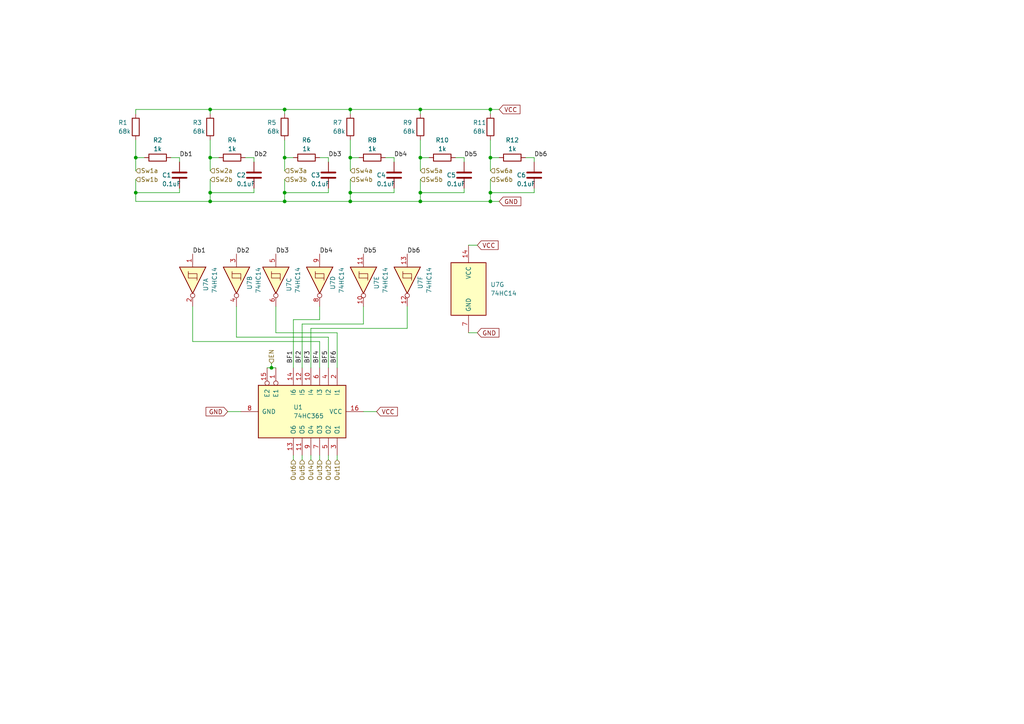
<source format=kicad_sch>
(kicad_sch (version 20230121) (generator eeschema)
  (paper "A4")
  (lib_symbols
    (symbol "74xx:74HC14" (pin_names (offset 1.016))
      (property "Reference" "U" (at 0 1.27 0))
      (property "Value" "74HC14" (at 0 -1.27 0))
      (symbol "74HC14_1_0"
        (polyline (pts (xy -3.81 3.81) (xy -3.81 -3.81) (xy 3.81 0) (xy -3.81 3.81)) (stroke (width 0.254)) (fill (type background)))
        (pin input line (at -7.62 0 0) (length 3.81) (name "~") (number "1"))
        (pin output inverted (at 7.62 0 180) (length 3.81) (name "~") (number "2"))
      )
      (symbol "74HC14_1_1"
        (polyline (pts (xy -1.905 -1.27) (xy -1.905 1.27) (xy -0.635 1.27)))
        (polyline (pts (xy -2.54 -1.27) (xy -0.635 -1.27) (xy -0.635 1.27) (xy 0 1.27)))
      )
      (symbol "74HC14_2_0"
        (polyline (pts (xy -3.81 3.81) (xy -3.81 -3.81) (xy 3.81 0) (xy -3.81 3.81)) (stroke (width 0.254)) (fill (type background)))
        (pin input line (at -7.62 0 0) (length 3.81) (name "~") (number "3"))
        (pin output inverted (at 7.62 0 180) (length 3.81) (name "~") (number "4"))
      )
      (symbol "74HC14_2_1"
        (polyline (pts (xy -1.905 -1.27) (xy -1.905 1.27) (xy -0.635 1.27)))
        (polyline (pts (xy -2.54 -1.27) (xy -0.635 -1.27) (xy -0.635 1.27) (xy 0 1.27)))
      )
      (symbol "74HC14_3_0"
        (polyline (pts (xy -3.81 3.81) (xy -3.81 -3.81) (xy 3.81 0) (xy -3.81 3.81)) (stroke (width 0.254)) (fill (type background)))
        (pin input line (at -7.62 0 0) (length 3.81) (name "~") (number "5"))
        (pin output inverted (at 7.62 0 180) (length 3.81) (name "~") (number "6"))
      )
      (symbol "74HC14_3_1"
        (polyline (pts (xy -1.905 -1.27) (xy -1.905 1.27) (xy -0.635 1.27)))
        (polyline (pts (xy -2.54 -1.27) (xy -0.635 -1.27) (xy -0.635 1.27) (xy 0 1.27)))
      )
      (symbol "74HC14_4_0"
        (polyline (pts (xy -3.81 3.81) (xy -3.81 -3.81) (xy 3.81 0) (xy -3.81 3.81)) (stroke (width 0.254)) (fill (type background)))
        (pin output inverted (at 7.62 0 180) (length 3.81) (name "~") (number "8"))
        (pin input line (at -7.62 0 0) (length 3.81) (name "~") (number "9"))
      )
      (symbol "74HC14_4_1"
        (polyline (pts (xy -1.905 -1.27) (xy -1.905 1.27) (xy -0.635 1.27)))
        (polyline (pts (xy -2.54 -1.27) (xy -0.635 -1.27) (xy -0.635 1.27) (xy 0 1.27)))
      )
      (symbol "74HC14_5_0"
        (polyline (pts (xy -3.81 3.81) (xy -3.81 -3.81) (xy 3.81 0) (xy -3.81 3.81)) (stroke (width 0.254)) (fill (type background)))
        (pin output inverted (at 7.62 0 180) (length 3.81) (name "~") (number "10"))
        (pin input line (at -7.62 0 0) (length 3.81) (name "~") (number "11"))
      )
      (symbol "74HC14_5_1"
        (polyline (pts (xy -1.905 -1.27) (xy -1.905 1.27) (xy -0.635 1.27)))
        (polyline (pts (xy -2.54 -1.27) (xy -0.635 -1.27) (xy -0.635 1.27) (xy 0 1.27)))
      )
      (symbol "74HC14_6_0"
        (polyline (pts (xy -3.81 3.81) (xy -3.81 -3.81) (xy 3.81 0) (xy -3.81 3.81)) (stroke (width 0.254)) (fill (type background)))
        (pin output inverted (at 7.62 0 180) (length 3.81) (name "~") (number "12"))
        (pin input line (at -7.62 0 0) (length 3.81) (name "~") (number "13"))
      )
      (symbol "74HC14_6_1"
        (polyline (pts (xy -1.905 -1.27) (xy -1.905 1.27) (xy -0.635 1.27)))
        (polyline (pts (xy -2.54 -1.27) (xy -0.635 -1.27) (xy -0.635 1.27) (xy 0 1.27)))
      )
      (symbol "74HC14_7_0"
        (pin power_in line (at 0 12.7 270) (length 5.08) (name "VCC") (number "14"))
        (pin power_in line (at 0 -12.7 90) (length 5.08) (name "GND") (number "7"))
      )
      (symbol "74HC14_7_1"
        (rectangle (start -5.08 7.62) (end 5.08 -7.62) (stroke (width 0.254)) (fill (type background)))
      )
    )
    (symbol "74xx:74LS365" (pin_names (offset 1.016))
      (property "Reference" "U" (at -7.62 13.97 0))
      (property "Value" "74LS365" (at -7.62 -13.97 0))
      (symbol "74LS365_1_0"
        (pin input inverted (at -12.7 -7.62 0) (length 5.08) (name "E1") (number "1"))
        (pin input line (at -12.7 2.54 0) (length 5.08) (name "I4") (number "10"))
        (pin tri_state line (at 12.7 0 180) (length 5.08) (name "O5") (number "11"))
        (pin input line (at -12.7 0 0) (length 5.08) (name "I5") (number "12"))
        (pin tri_state line (at 12.7 -2.54 180) (length 5.08) (name "O6") (number "13"))
        (pin input line (at -12.7 -2.54 0) (length 5.08) (name "I6") (number "14"))
        (pin input inverted (at -12.7 -10.16 0) (length 5.08) (name "E2") (number "15"))
        (pin power_in line (at 0 17.78 270) (length 5.08) (name "VCC") (number "16"))
        (pin input line (at -12.7 10.16 0) (length 5.08) (name "I1") (number "2"))
        (pin tri_state line (at 12.7 10.16 180) (length 5.08) (name "O1") (number "3"))
        (pin input line (at -12.7 7.62 0) (length 5.08) (name "I2") (number "4"))
        (pin tri_state line (at 12.7 7.62 180) (length 5.08) (name "O2") (number "5"))
        (pin input line (at -12.7 5.08 0) (length 5.08) (name "I3") (number "6"))
        (pin tri_state line (at 12.7 5.08 180) (length 5.08) (name "O3") (number "7"))
        (pin power_in line (at 0 -17.78 90) (length 5.08) (name "GND") (number "8"))
        (pin tri_state line (at 12.7 2.54 180) (length 5.08) (name "O4") (number "9"))
      )
      (symbol "74LS365_1_1"
        (rectangle (start -7.62 12.7) (end 7.62 -12.7) (stroke (width 0.254)) (fill (type background)))
      )
    )
    (symbol "Device:C" (pin_numbers hide) (pin_names (offset 0.254))
      (property "Reference" "C" (at 0.635 2.54 0))
      (property "Value" "C" (at 0.635 -2.54 0))
      (symbol "C_0_1"
        (polyline (pts (xy -2.032 -0.762) (xy 2.032 -0.762)) (stroke (width 0.508)))
        (polyline (pts (xy -2.032 0.762) (xy 2.032 0.762)) (stroke (width 0.508)))
      )
      (symbol "C_1_1"
        (pin passive line (at 0 3.81 270) (length 2.794) (name "~") (number "1"))
        (pin passive line (at 0 -3.81 90) (length 2.794) (name "~") (number "2"))
      )
    )
    (symbol "ScottoKeebs:Placeholder_Resistor" (pin_numbers hide) (pin_names (offset 0))
      (property "Reference" "R" (at 0 2.032 0))
      (property "Value" "Resistor" (at 0 -2.54 0))
      (symbol "Placeholder_Resistor_0_1"
        (rectangle (start 2.54 -1.016) (end -2.54 1.016) (stroke (width 0.254)))
      )
      (symbol "Placeholder_Resistor_1_1"
        (pin passive line (at -3.81 0 0) (length 1.27) (name "~") (number "1"))
        (pin passive line (at 3.81 0 180) (length 1.27) (name "~") (number "2"))
      )
    )
  )
  (junction (at 82.55 31.75))
  (junction (at 82.55 58.42))
  (junction (at 39.37 45.72))
  (junction (at 142.24 31.75))
  (junction (at 121.92 55.88))
  (junction (at 121.92 58.42))
  (junction (at 121.92 31.75))
  (junction (at 78.74 106.68))
  (junction (at 121.92 45.72))
  (junction (at 39.37 55.88))
  (junction (at 142.24 45.72))
  (junction (at 60.96 31.75))
  (junction (at 142.24 58.42))
  (junction (at 60.96 58.42))
  (junction (at 60.96 45.72))
  (junction (at 82.55 55.88))
  (junction (at 101.6 31.75))
  (junction (at 60.96 55.88))
  (junction (at 101.6 58.42))
  (junction (at 101.6 45.72))
  (junction (at 101.6 55.88))
  (junction (at 142.24 55.88))
  (junction (at 82.55 45.72))
  (wire (pts (xy 97.79 96.52) (xy 80.01 96.52)))
  (wire (pts (xy 121.92 52.07) (xy 121.92 55.88)))
  (wire (pts (xy 92.71 92.71) (xy 92.71 88.9)))
  (wire (pts (xy 87.63 93.98) (xy 105.41 93.98)))
  (wire (pts (xy 109.22 119.38) (xy 105.41 119.38)))
  (wire (pts (xy 87.63 132.08) (xy 87.63 133.35)))
  (wire (pts (xy 78.74 106.68) (xy 80.01 106.68)))
  (wire (pts (xy 82.55 31.75) (xy 82.55 33.02)))
  (wire (pts (xy 39.37 55.88) (xy 52.07 55.88)))
  (wire (pts (xy 39.37 31.75) (xy 60.96 31.75)))
  (wire (pts (xy 82.55 55.88) (xy 82.55 58.42)))
  (wire (pts (xy 80.01 96.52) (xy 80.01 88.9)))
  (wire (pts (xy 95.25 45.72) (xy 95.25 46.99)))
  (wire (pts (xy 142.24 40.64) (xy 142.24 45.72)))
  (wire (pts (xy 114.3 45.72) (xy 114.3 46.99)))
  (wire (pts (xy 77.47 106.68) (xy 78.74 106.68)))
  (wire (pts (xy 135.89 96.52) (xy 138.43 96.52)))
  (wire (pts (xy 142.24 52.07) (xy 142.24 55.88)))
  (wire (pts (xy 39.37 55.88) (xy 39.37 58.42)))
  (wire (pts (xy 154.94 45.72) (xy 154.94 46.99)))
  (wire (pts (xy 78.74 105.41) (xy 78.74 106.68)))
  (wire (pts (xy 73.66 45.72) (xy 73.66 46.99)))
  (wire (pts (xy 142.24 55.88) (xy 142.24 58.42)))
  (wire (pts (xy 63.5 45.72) (xy 60.96 45.72)))
  (wire (pts (xy 105.41 93.98) (xy 105.41 88.9)))
  (wire (pts (xy 82.55 58.42) (xy 101.6 58.42)))
  (wire (pts (xy 97.79 106.68) (xy 97.79 96.52)))
  (wire (pts (xy 92.71 132.08) (xy 92.71 133.35)))
  (wire (pts (xy 101.6 49.53) (xy 101.6 45.72)))
  (wire (pts (xy 101.6 52.07) (xy 101.6 55.88)))
  (wire (pts (xy 121.92 40.64) (xy 121.92 45.72)))
  (wire (pts (xy 142.24 58.42) (xy 144.78 58.42)))
  (wire (pts (xy 121.92 55.88) (xy 121.92 58.42)))
  (wire (pts (xy 82.55 45.72) (xy 82.55 49.53)))
  (wire (pts (xy 101.6 58.42) (xy 121.92 58.42)))
  (wire (pts (xy 132.08 45.72) (xy 134.62 45.72)))
  (wire (pts (xy 92.71 99.06) (xy 55.88 99.06)))
  (wire (pts (xy 85.09 132.08) (xy 85.09 133.35)))
  (wire (pts (xy 101.6 45.72) (xy 104.14 45.72)))
  (wire (pts (xy 152.4 45.72) (xy 154.94 45.72)))
  (wire (pts (xy 41.91 45.72) (xy 39.37 45.72)))
  (wire (pts (xy 82.55 31.75) (xy 101.6 31.75)))
  (wire (pts (xy 144.78 45.72) (xy 142.24 45.72)))
  (wire (pts (xy 101.6 31.75) (xy 121.92 31.75)))
  (wire (pts (xy 142.24 45.72) (xy 142.24 49.53)))
  (wire (pts (xy 60.96 31.75) (xy 60.96 33.02)))
  (wire (pts (xy 85.09 106.68) (xy 85.09 92.71)))
  (wire (pts (xy 85.09 45.72) (xy 82.55 45.72)))
  (wire (pts (xy 154.94 55.88) (xy 154.94 54.61)))
  (wire (pts (xy 121.92 31.75) (xy 142.24 31.75)))
  (wire (pts (xy 92.71 45.72) (xy 95.25 45.72)))
  (wire (pts (xy 118.11 95.25) (xy 118.11 88.9)))
  (wire (pts (xy 134.62 45.72) (xy 134.62 46.99)))
  (wire (pts (xy 52.07 55.88) (xy 52.07 54.61)))
  (wire (pts (xy 60.96 45.72) (xy 60.96 49.53)))
  (wire (pts (xy 134.62 55.88) (xy 134.62 54.61)))
  (wire (pts (xy 142.24 31.75) (xy 142.24 33.02)))
  (wire (pts (xy 121.92 45.72) (xy 124.46 45.72)))
  (wire (pts (xy 60.96 40.64) (xy 60.96 45.72)))
  (wire (pts (xy 101.6 55.88) (xy 101.6 58.42)))
  (wire (pts (xy 39.37 52.07) (xy 39.37 55.88)))
  (wire (pts (xy 101.6 40.64) (xy 101.6 45.72)))
  (wire (pts (xy 87.63 106.68) (xy 87.63 93.98)))
  (wire (pts (xy 95.25 106.68) (xy 95.25 97.79)))
  (wire (pts (xy 142.24 55.88) (xy 154.94 55.88)))
  (wire (pts (xy 39.37 31.75) (xy 39.37 33.02)))
  (wire (pts (xy 60.96 31.75) (xy 82.55 31.75)))
  (wire (pts (xy 73.66 55.88) (xy 73.66 54.61)))
  (wire (pts (xy 90.17 106.68) (xy 90.17 95.25)))
  (wire (pts (xy 52.07 45.72) (xy 52.07 46.99)))
  (wire (pts (xy 60.96 55.88) (xy 60.96 58.42)))
  (wire (pts (xy 101.6 31.75) (xy 101.6 33.02)))
  (wire (pts (xy 82.55 55.88) (xy 95.25 55.88)))
  (wire (pts (xy 135.89 71.12) (xy 138.43 71.12)))
  (wire (pts (xy 49.53 45.72) (xy 52.07 45.72)))
  (wire (pts (xy 39.37 40.64) (xy 39.37 45.72)))
  (wire (pts (xy 142.24 31.75) (xy 144.78 31.75)))
  (wire (pts (xy 55.88 99.06) (xy 55.88 88.9)))
  (wire (pts (xy 90.17 95.25) (xy 118.11 95.25)))
  (wire (pts (xy 39.37 58.42) (xy 60.96 58.42)))
  (wire (pts (xy 66.04 119.38) (xy 69.85 119.38)))
  (wire (pts (xy 97.79 132.08) (xy 97.79 133.35)))
  (wire (pts (xy 121.92 58.42) (xy 142.24 58.42)))
  (wire (pts (xy 121.92 49.53) (xy 121.92 45.72)))
  (wire (pts (xy 68.58 97.79) (xy 68.58 88.9)))
  (wire (pts (xy 95.25 55.88) (xy 95.25 54.61)))
  (wire (pts (xy 90.17 132.08) (xy 90.17 133.35)))
  (wire (pts (xy 121.92 31.75) (xy 121.92 33.02)))
  (wire (pts (xy 114.3 55.88) (xy 114.3 54.61)))
  (wire (pts (xy 111.76 45.72) (xy 114.3 45.72)))
  (wire (pts (xy 121.92 55.88) (xy 134.62 55.88)))
  (wire (pts (xy 95.25 132.08) (xy 95.25 133.35)))
  (wire (pts (xy 92.71 106.68) (xy 92.71 99.06)))
  (wire (pts (xy 85.09 92.71) (xy 92.71 92.71)))
  (wire (pts (xy 101.6 55.88) (xy 114.3 55.88)))
  (wire (pts (xy 60.96 58.42) (xy 82.55 58.42)))
  (wire (pts (xy 82.55 52.07) (xy 82.55 55.88)))
  (wire (pts (xy 82.55 40.64) (xy 82.55 45.72)))
  (wire (pts (xy 60.96 55.88) (xy 73.66 55.88)))
  (wire (pts (xy 39.37 45.72) (xy 39.37 49.53)))
  (wire (pts (xy 95.25 97.79) (xy 68.58 97.79)))
  (wire (pts (xy 71.12 45.72) (xy 73.66 45.72)))
  (wire (pts (xy 60.96 52.07) (xy 60.96 55.88)))
  (label "BF3" (at 90.17 105.41 90))
  (label "Db3" (at 95.25 45.72 0))
  (label "Db2" (at 68.58 73.66 0))
  (label "Db6" (at 118.11 73.66 0))
  (label "BF6" (at 97.79 105.41 90))
  (label "BF1" (at 85.09 105.41 90))
  (label "BF2" (at 87.63 105.41 90))
  (label "Db5" (at 105.41 73.66 0))
  (label "Db5" (at 134.62 45.72 0))
  (label "Db6" (at 154.94 45.72 0))
  (label "Db1" (at 52.07 45.72 0))
  (label "Db3" (at 80.01 73.66 0))
  (label "Db1" (at 55.88 73.66 0))
  (label "Db4" (at 114.3 45.72 0))
  (label "BF4" (at 92.71 105.41 90))
  (label "BF5" (at 95.25 105.41 90))
  (label "Db2" (at 73.66 45.72 0))
  (label "Db4" (at 92.71 73.66 0))
  (global_label "VCC" (shape input) (at 109.22 119.38 0) (property "Intersheetrefs" "${INTERSHEET_REFS}" (effects hide)))
  (global_label "GND" (shape input) (at 138.43 96.52 0) (property "Intersheetrefs" "${INTERSHEET_REFS}" (effects hide)))
  (global_label "GND" (shape input) (at 144.78 58.42 0) (property "Intersheetrefs" "${INTERSHEET_REFS}" (effects hide)))
  (global_label "VCC" (shape input) (at 144.78 31.75 0) (property "Intersheetrefs" "${INTERSHEET_REFS}" (effects hide)))
  (global_label "VCC" (shape input) (at 138.43 71.12 0) (property "Intersheetrefs" "${INTERSHEET_REFS}" (effects hide)))
  (global_label "GND" (shape input) (at 66.04 119.38 180) (property "Intersheetrefs" "${INTERSHEET_REFS}" (effects hide)))
  (hierarchical_label "Sw4a" (shape input) (at 101.6 49.53 0))
  (hierarchical_label "Sw6a" (shape input) (at 142.24 49.53 0))
  (hierarchical_label "Sw1a" (shape input) (at 39.37 49.53 0))
  (hierarchical_label "Out1" (shape input) (at 97.79 133.35 270))
  (hierarchical_label "Sw2a" (shape input) (at 60.96 49.53 0))
  (hierarchical_label "Sw2b" (shape input) (at 60.96 52.07 0))
  (hierarchical_label "Sw5b" (shape input) (at 121.92 52.07 0))
  (hierarchical_label "Sw3a" (shape input) (at 82.55 49.53 0))
  (hierarchical_label "Out6" (shape input) (at 85.09 133.35 270))
  (hierarchical_label "Sw3b" (shape input) (at 82.55 52.07 0))
  (hierarchical_label "Out3" (shape input) (at 92.71 133.35 270))
  (hierarchical_label "Sw5a" (shape input) (at 121.92 49.53 0))
  (hierarchical_label "EN" (shape input) (at 78.74 105.41 90))
  (hierarchical_label "Sw6b" (shape input) (at 142.24 52.07 0))
  (hierarchical_label "Sw1b" (shape input) (at 39.37 52.07 0))
  (hierarchical_label "Out4" (shape input) (at 90.17 133.35 270))
  (hierarchical_label "Sw4b" (shape input) (at 101.6 52.07 0))
  (hierarchical_label "Out2" (shape input) (at 95.25 133.35 270))
  (hierarchical_label "Out5" (shape input) (at 87.63 133.35 270))
  (symbol (lib_id "ScottoKeebs:Placeholder_Resistor") (at 121.92 36.83 90) (unit 1)
    (property "Reference" "R9" (at 116.84 35.56 90) (effects (justify right)))
    (property "Value" "68k" (at 116.84 38.1 90) (effects (justify right)))
    (property "Footprint" "Resistor_SMD:R_0805_2012Metric" (effects hide))
    (instances (project "unchat_keeb" (path "" (reference "R9") (unit 1)) (path "" (reference "R21") (unit 1)) (path "" (reference "R33") (unit 1)) (path "" (reference "R69") (unit 1)) (path "" (reference "R57") (unit 1)) (path "" (reference "R45") (unit 1)) (path "" (reference "R121") (unit 1))))
  )
  (symbol (lib_id "ScottoKeebs:Placeholder_Resistor") (at 67.31 45.72 0) (unit 1)
    (property "Reference" "R4" (at 67.31 40.64 0))
    (property "Value" "1k" (at 67.31 43.18 0))
    (property "Footprint" "Resistor_SMD:R_0805_2012Metric" (effects hide))
    (instances (project "unchat_keeb" (path "" (reference "R4") (unit 1)) (path "" (reference "R16") (unit 1)) (path "" (reference "R28") (unit 1)) (path "" (reference "R64") (unit 1)) (path "" (reference "R52") (unit 1)) (path "" (reference "R40") (unit 1)) (path "" (reference "R124") (unit 1))))
  )
  (symbol (lib_id "74xx:74HC14") (at 105.41 81.28 270) (unit 5)
    (property "Reference" "U7" (at 109.22 80.01 0) (effects (justify left)))
    (property "Value" "74HC14" (at 111.76 77.47 0) (effects (justify left)))
    (property "Footprint" "Package_SO:TSSOP-14_4.4x5mm_P0.65mm" (effects hide))
    (property "Datasheet" "http://www.ti.com/lit/gpn/sn74HC14" (effects hide))
    (instances (project "unchat_keeb" (path "" (reference "U7") (unit 5)) (path "" (reference "U8") (unit 5)) (path "" (reference "U9") (unit 5)) (path "" (reference "U12") (unit 5)) (path "" (reference "U11") (unit 5)) (path "" (reference "U10") (unit 5)) (path "" (reference "U25") (unit 5))))
  )
  (symbol (lib_id "ScottoKeebs:Placeholder_Resistor") (at 60.96 36.83 90) (unit 1)
    (property "Reference" "R3" (at 55.88 35.56 90) (effects (justify right)))
    (property "Value" "68k" (at 55.88 38.1 90) (effects (justify right)))
    (property "Footprint" "Resistor_SMD:R_0805_2012Metric" (effects hide))
    (instances (project "unchat_keeb" (path "" (reference "R3") (unit 1)) (path "" (reference "R15") (unit 1)) (path "" (reference "R27") (unit 1)) (path "" (reference "R63") (unit 1)) (path "" (reference "R51") (unit 1)) (path "" (reference "R39") (unit 1)) (path "" (reference "R118") (unit 1))))
  )
  (symbol (lib_id "Device:C") (at 95.25 50.8 0) (unit 1)
    (property "Reference" "C3" (at 90.17 50.8 0) (effects (justify left)))
    (property "Value" "0.1uF" (at 90.17 53.34 0) (effects (justify left)))
    (property "Footprint" "Capacitor_SMD:C_0805_2012Metric" (effects hide))
    (instances (project "unchat_keeb" (path "" (reference "C3") (unit 1)) (path "" (reference "C9") (unit 1)) (path "" (reference "C15") (unit 1)) (path "" (reference "C33") (unit 1)) (path "" (reference "C27") (unit 1)) (path "" (reference "C21") (unit 1)) (path "" (reference "C39") (unit 1))))
  )
  (symbol (lib_id "74xx:74HC14") (at 68.58 81.28 270) (unit 2)
    (property "Reference" "U7" (at 72.39 80.01 0) (effects (justify left)))
    (property "Value" "74HC14" (at 74.93 77.47 0) (effects (justify left)))
    (property "Footprint" "Package_SO:TSSOP-14_4.4x5mm_P0.65mm" (effects hide))
    (property "Datasheet" "http://www.ti.com/lit/gpn/sn74HC14" (effects hide))
    (instances (project "unchat_keeb" (path "" (reference "U7") (unit 2)) (path "" (reference "U8") (unit 2)) (path "" (reference "U9") (unit 2)) (path "" (reference "U12") (unit 2)) (path "" (reference "U11") (unit 2)) (path "" (reference "U10") (unit 2)) (path "" (reference "U25") (unit 2))))
  )
  (symbol (lib_id "74xx:74HC14") (at 55.88 81.28 270) (unit 1)
    (property "Reference" "U7" (at 59.69 82.55 0))
    (property "Value" "74HC14" (at 62.23 81.28 0))
    (property "Footprint" "Package_SO:TSSOP-14_4.4x5mm_P0.65mm" (effects hide))
    (property "Datasheet" "http://www.ti.com/lit/gpn/sn74HC14" (effects hide))
    (instances (project "unchat_keeb" (path "" (reference "U7") (unit 1)) (path "" (reference "U8") (unit 1)) (path "" (reference "U9") (unit 1)) (path "" (reference "U12") (unit 1)) (path "" (reference "U11") (unit 1)) (path "" (reference "U10") (unit 1)) (path "" (reference "U25") (unit 1))))
  )
  (symbol (lib_id "74xx:74LS365") (at 87.63 119.38 270) (unit 1)
    (property "Reference" "U1" (at 85.09 118.11 90) (effects (justify left)))
    (property "Value" "74HC365" (at 85.09 120.65 90) (effects (justify left)))
    (property "Footprint" "Package_SO:TSSOP-16_4.4x5mm_P0.65mm" (effects hide))
    (property "Datasheet" "http://www.ti.com/lit/gpn/sn74HC365" (effects hide))
    (instances (project "unchat_keeb" (path "" (reference "U1") (unit 1)) (path "" (reference "U1") (unit 1)) (path "" (reference "U2") (unit 1)) (path "" (reference "U3") (unit 1)) (path "" (reference "U4") (unit 1)) (path "" (reference "U5") (unit 1)) (path "" (reference "U6") (unit 1)) (path "" (reference "U66") (unit 1))))
  )
  (symbol (lib_id "Device:C") (at 73.66 50.8 0) (unit 1)
    (property "Reference" "C2" (at 68.58 50.8 0) (effects (justify left)))
    (property "Value" "0.1uF" (at 68.58 53.34 0) (effects (justify left)))
    (property "Footprint" "Capacitor_SMD:C_0805_2012Metric" (effects hide))
    (instances (project "unchat_keeb" (path "" (reference "C2") (unit 1)) (path "" (reference "C8") (unit 1)) (path "" (reference "C14") (unit 1)) (path "" (reference "C32") (unit 1)) (path "" (reference "C26") (unit 1)) (path "" (reference "C20") (unit 1)) (path "" (reference "C38") (unit 1))))
  )
  (symbol (lib_id "Device:C") (at 134.62 50.8 0) (unit 1)
    (property "Reference" "C5" (at 129.54 50.8 0) (effects (justify left)))
    (property "Value" "0.1uF" (at 129.54 53.34 0) (effects (justify left)))
    (property "Footprint" "Capacitor_SMD:C_0805_2012Metric" (effects hide))
    (instances (project "unchat_keeb" (path "" (reference "C5") (unit 1)) (path "" (reference "C11") (unit 1)) (path "" (reference "C17") (unit 1)) (path "" (reference "C35") (unit 1)) (path "" (reference "C29") (unit 1)) (path "" (reference "C23") (unit 1)) (path "" (reference "C41") (unit 1))))
  )
  (symbol (lib_id "74xx:74HC14") (at 92.71 81.28 270) (unit 4)
    (property "Reference" "U7" (at 96.52 80.01 0) (effects (justify left)))
    (property "Value" "74HC14" (at 99.06 77.47 0) (effects (justify left)))
    (property "Footprint" "Package_SO:TSSOP-14_4.4x5mm_P0.65mm" (effects hide))
    (property "Datasheet" "http://www.ti.com/lit/gpn/sn74HC14" (effects hide))
    (instances (project "unchat_keeb" (path "" (reference "U7") (unit 4)) (path "" (reference "U8") (unit 4)) (path "" (reference "U9") (unit 4)) (path "" (reference "U12") (unit 4)) (path "" (reference "U11") (unit 4)) (path "" (reference "U10") (unit 4)) (path "" (reference "U25") (unit 4))))
  )
  (symbol (lib_id "ScottoKeebs:Placeholder_Resistor") (at 82.55 36.83 90) (unit 1)
    (property "Reference" "R5" (at 77.47 35.56 90) (effects (justify right)))
    (property "Value" "68k" (at 77.47 38.1 90) (effects (justify right)))
    (property "Footprint" "Resistor_SMD:R_0805_2012Metric" (effects hide))
    (instances (project "unchat_keeb" (path "" (reference "R5") (unit 1)) (path "" (reference "R17") (unit 1)) (path "" (reference "R29") (unit 1)) (path "" (reference "R65") (unit 1)) (path "" (reference "R53") (unit 1)) (path "" (reference "R41") (unit 1)) (path "" (reference "R119") (unit 1))))
  )
  (symbol (lib_id "Device:C") (at 52.07 50.8 0) (unit 1)
    (property "Reference" "C1" (at 46.99 50.8 0) (effects (justify left)))
    (property "Value" "0.1uF" (at 46.99 53.34 0) (effects (justify left)))
    (property "Footprint" "Capacitor_SMD:C_0805_2012Metric" (effects hide))
    (instances (project "unchat_keeb" (path "" (reference "C1") (unit 1)) (path "" (reference "C7") (unit 1)) (path "" (reference "C13") (unit 1)) (path "" (reference "C31") (unit 1)) (path "" (reference "C25") (unit 1)) (path "" (reference "C19") (unit 1)) (path "" (reference "C37") (unit 1))))
  )
  (symbol (lib_id "ScottoKeebs:Placeholder_Resistor") (at 107.95 45.72 0) (unit 1)
    (property "Reference" "R8" (at 107.95 40.64 0))
    (property "Value" "1k" (at 107.95 43.18 0))
    (property "Footprint" "Resistor_SMD:R_0805_2012Metric" (effects hide))
    (instances (project "unchat_keeb" (path "" (reference "R8") (unit 1)) (path "" (reference "R20") (unit 1)) (path "" (reference "R32") (unit 1)) (path "" (reference "R68") (unit 1)) (path "" (reference "R56") (unit 1)) (path "" (reference "R44") (unit 1)) (path "" (reference "R126") (unit 1))))
  )
  (symbol (lib_id "ScottoKeebs:Placeholder_Resistor") (at 45.72 45.72 0) (unit 1)
    (property "Reference" "R2" (at 45.72 40.64 0))
    (property "Value" "1k" (at 45.72 43.18 0))
    (property "Footprint" "Resistor_SMD:R_0805_2012Metric" (effects hide))
    (instances (project "unchat_keeb" (path "" (reference "R2") (unit 1)) (path "" (reference "R14") (unit 1)) (path "" (reference "R26") (unit 1)) (path "" (reference "R62") (unit 1)) (path "" (reference "R50") (unit 1)) (path "" (reference "R38") (unit 1)) (path "" (reference "R123") (unit 1))))
  )
  (symbol (lib_id "ScottoKeebs:Placeholder_Resistor") (at 39.37 36.83 90) (unit 1)
    (property "Reference" "R1" (at 34.29 35.56 90) (effects (justify right)))
    (property "Value" "68k" (at 34.29 38.1 90) (effects (justify right)))
    (property "Footprint" "Resistor_SMD:R_0805_2012Metric" (effects hide))
    (instances (project "unchat_keeb" (path "" (reference "R1") (unit 1)) (path "" (reference "R13") (unit 1)) (path "" (reference "R25") (unit 1)) (path "" (reference "R61") (unit 1)) (path "" (reference "R49") (unit 1)) (path "" (reference "R37") (unit 1)) (path "" (reference "R117") (unit 1))))
  )
  (symbol (lib_id "ScottoKeebs:Placeholder_Resistor") (at 142.24 36.83 90) (unit 1)
    (property "Reference" "R11" (at 137.16 35.56 90) (effects (justify right)))
    (property "Value" "68k" (at 137.16 38.1 90) (effects (justify right)))
    (property "Footprint" "Resistor_SMD:R_0805_2012Metric" (effects hide))
    (instances (project "unchat_keeb" (path "" (reference "R11") (unit 1)) (path "" (reference "R23") (unit 1)) (path "" (reference "R35") (unit 1)) (path "" (reference "R71") (unit 1)) (path "" (reference "R59") (unit 1)) (path "" (reference "R47") (unit 1)) (path "" (reference "R122") (unit 1))))
  )
  (symbol (lib_id "74xx:74HC14") (at 80.01 81.28 270) (unit 3)
    (property "Reference" "U7" (at 83.82 82.55 0))
    (property "Value" "74HC14" (at 86.36 81.28 0))
    (property "Footprint" "Package_SO:TSSOP-14_4.4x5mm_P0.65mm" (effects hide))
    (property "Datasheet" "http://www.ti.com/lit/gpn/sn74HC14" (effects hide))
    (instances (project "unchat_keeb" (path "" (reference "U7") (unit 3)) (path "" (reference "U8") (unit 3)) (path "" (reference "U9") (unit 3)) (path "" (reference "U12") (unit 3)) (path "" (reference "U11") (unit 3)) (path "" (reference "U10") (unit 3)) (path "" (reference "U25") (unit 3))))
  )
  (symbol (lib_id "ScottoKeebs:Placeholder_Resistor") (at 101.6 36.83 90) (unit 1)
    (property "Reference" "R7" (at 96.52 35.56 90) (effects (justify right)))
    (property "Value" "68k" (at 96.52 38.1 90) (effects (justify right)))
    (property "Footprint" "Resistor_SMD:R_0805_2012Metric" (effects hide))
    (instances (project "unchat_keeb" (path "" (reference "R7") (unit 1)) (path "" (reference "R19") (unit 1)) (path "" (reference "R31") (unit 1)) (path "" (reference "R67") (unit 1)) (path "" (reference "R55") (unit 1)) (path "" (reference "R43") (unit 1)) (path "" (reference "R120") (unit 1))))
  )
  (symbol (lib_id "74xx:74HC14") (at 118.11 81.28 270) (unit 6)
    (property "Reference" "U7" (at 121.92 80.01 0) (effects (justify left)))
    (property "Value" "74HC14" (at 124.46 77.47 0) (effects (justify left)))
    (property "Footprint" "Package_SO:TSSOP-14_4.4x5mm_P0.65mm" (effects hide))
    (property "Datasheet" "http://www.ti.com/lit/gpn/sn74HC14" (effects hide))
    (instances (project "unchat_keeb" (path "" (reference "U7") (unit 6)) (path "" (reference "U8") (unit 6)) (path "" (reference "U9") (unit 6)) (path "" (reference "U12") (unit 6)) (path "" (reference "U11") (unit 6)) (path "" (reference "U10") (unit 6)) (path "" (reference "U25") (unit 6))))
  )
  (symbol (lib_id "Device:C") (at 114.3 50.8 0) (unit 1)
    (property "Reference" "C4" (at 109.22 50.8 0) (effects (justify left)))
    (property "Value" "0.1uF" (at 109.22 53.34 0) (effects (justify left)))
    (property "Footprint" "Capacitor_SMD:C_0805_2012Metric" (effects hide))
    (instances (project "unchat_keeb" (path "" (reference "C4") (unit 1)) (path "" (reference "C10") (unit 1)) (path "" (reference "C16") (unit 1)) (path "" (reference "C34") (unit 1)) (path "" (reference "C28") (unit 1)) (path "" (reference "C22") (unit 1)) (path "" (reference "C40") (unit 1))))
  )
  (symbol (lib_id "ScottoKeebs:Placeholder_Resistor") (at 148.59 45.72 0) (unit 1)
    (property "Reference" "R12" (at 148.59 40.64 0))
    (property "Value" "1k" (at 148.59 43.18 0))
    (property "Footprint" "Resistor_SMD:R_0805_2012Metric" (effects hide))
    (instances (project "unchat_keeb" (path "" (reference "R12") (unit 1)) (path "" (reference "R24") (unit 1)) (path "" (reference "R36") (unit 1)) (path "" (reference "R72") (unit 1)) (path "" (reference "R60") (unit 1)) (path "" (reference "R48") (unit 1)) (path "" (reference "R128") (unit 1))))
  )
  (symbol (lib_id "Device:C") (at 154.94 50.8 0) (unit 1)
    (property "Reference" "C6" (at 149.86 50.8 0) (effects (justify left)))
    (property "Value" "0.1uF" (at 149.86 53.34 0) (effects (justify left)))
    (property "Footprint" "Capacitor_SMD:C_0805_2012Metric" (effects hide))
    (instances (project "unchat_keeb" (path "" (reference "C6") (unit 1)) (path "" (reference "C12") (unit 1)) (path "" (reference "C18") (unit 1)) (path "" (reference "C36") (unit 1)) (path "" (reference "C30") (unit 1)) (path "" (reference "C24") (unit 1)) (path "" (reference "C42") (unit 1))))
  )
  (symbol (lib_id "ScottoKeebs:Placeholder_Resistor") (at 128.27 45.72 0) (unit 1)
    (property "Reference" "R10" (at 128.27 40.64 0))
    (property "Value" "1k" (at 128.27 43.18 0))
    (property "Footprint" "Resistor_SMD:R_0805_2012Metric" (effects hide))
    (instances (project "unchat_keeb" (path "" (reference "R10") (unit 1)) (path "" (reference "R22") (unit 1)) (path "" (reference "R34") (unit 1)) (path "" (reference "R70") (unit 1)) (path "" (reference "R58") (unit 1)) (path "" (reference "R46") (unit 1)) (path "" (reference "R127") (unit 1))))
  )
  (symbol (lib_id "74xx:74HC14") (at 135.89 83.82 0) (unit 7)
    (property "Reference" "U7" (at 142.24 82.55 0) (effects (justify left)))
    (property "Value" "74HC14" (at 142.24 85.09 0) (effects (justify left)))
    (property "Footprint" "Package_SO:TSSOP-14_4.4x5mm_P0.65mm" (effects hide))
    (property "Datasheet" "http://www.ti.com/lit/gpn/sn74HC14" (effects hide))
    (instances (project "unchat_keeb" (path "" (reference "U7") (unit 7)) (path "" (reference "U8") (unit 7)) (path "" (reference "U9") (unit 7)) (path "" (reference "U12") (unit 7)) (path "" (reference "U11") (unit 7)) (path "" (reference "U10") (unit 7)) (path "" (reference "U25") (unit 7))))
  )
  (symbol (lib_id "ScottoKeebs:Placeholder_Resistor") (at 88.9 45.72 0) (unit 1)
    (property "Reference" "R6" (at 88.9 40.64 0))
    (property "Value" "1k" (at 88.9 43.18 0))
    (property "Footprint" "Resistor_SMD:R_0805_2012Metric" (effects hide))
    (instances (project "unchat_keeb" (path "" (reference "R6") (unit 1)) (path "" (reference "R18") (unit 1)) (path "" (reference "R30") (unit 1)) (path "" (reference "R66") (unit 1)) (path "" (reference "R54") (unit 1)) (path "" (reference "R42") (unit 1)) (path "" (reference "R125") (unit 1))))
  )
)
</source>
